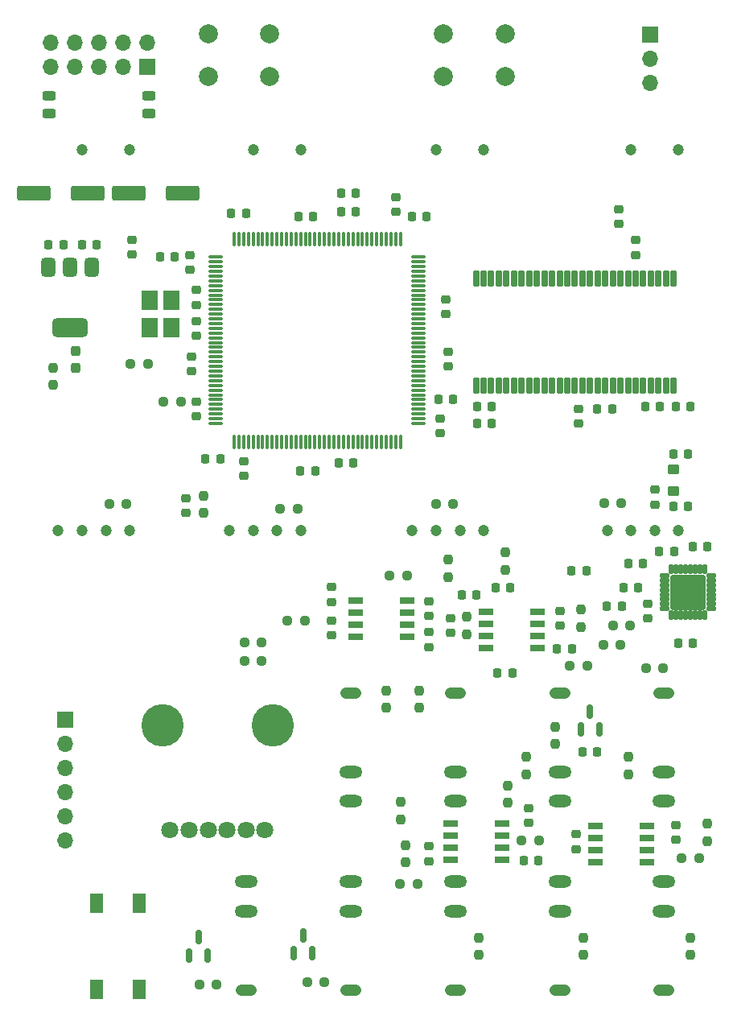
<source format=gbr>
%TF.GenerationSoftware,KiCad,Pcbnew,8.0.8*%
%TF.CreationDate,2025-01-25T01:21:00+01:00*%
%TF.ProjectId,aware01_h7,61776172-6530-4315-9f68-372e6b696361,rev?*%
%TF.SameCoordinates,Original*%
%TF.FileFunction,Soldermask,Bot*%
%TF.FilePolarity,Negative*%
%FSLAX46Y46*%
G04 Gerber Fmt 4.6, Leading zero omitted, Abs format (unit mm)*
G04 Created by KiCad (PCBNEW 8.0.8) date 2025-01-25 01:21:00*
%MOMM*%
%LPD*%
G01*
G04 APERTURE LIST*
G04 Aperture macros list*
%AMRoundRect*
0 Rectangle with rounded corners*
0 $1 Rounding radius*
0 $2 $3 $4 $5 $6 $7 $8 $9 X,Y pos of 4 corners*
0 Add a 4 corners polygon primitive as box body*
4,1,4,$2,$3,$4,$5,$6,$7,$8,$9,$2,$3,0*
0 Add four circle primitives for the rounded corners*
1,1,$1+$1,$2,$3*
1,1,$1+$1,$4,$5*
1,1,$1+$1,$6,$7*
1,1,$1+$1,$8,$9*
0 Add four rect primitives between the rounded corners*
20,1,$1+$1,$2,$3,$4,$5,0*
20,1,$1+$1,$4,$5,$6,$7,0*
20,1,$1+$1,$6,$7,$8,$9,0*
20,1,$1+$1,$8,$9,$2,$3,0*%
G04 Aperture macros list end*
%ADD10RoundRect,0.102000X1.725000X1.725000X-1.725000X1.725000X-1.725000X-1.725000X1.725000X-1.725000X0*%
%ADD11RoundRect,0.059250X0.177750X0.462750X-0.177750X0.462750X-0.177750X-0.462750X0.177750X-0.462750X0*%
%ADD12RoundRect,0.059250X0.462750X0.177750X-0.462750X0.177750X-0.462750X-0.177750X0.462750X-0.177750X0*%
%ADD13RoundRect,0.237500X-0.250000X-0.237500X0.250000X-0.237500X0.250000X0.237500X-0.250000X0.237500X0*%
%ADD14C,1.200000*%
%ADD15O,2.420000X1.312000*%
%ADD16O,2.220000X1.212000*%
%ADD17C,2.000000*%
%ADD18C,1.800000*%
%ADD19C,4.455000*%
%ADD20RoundRect,0.225000X0.225000X0.250000X-0.225000X0.250000X-0.225000X-0.250000X0.225000X-0.250000X0*%
%ADD21RoundRect,0.237500X0.250000X0.237500X-0.250000X0.237500X-0.250000X-0.237500X0.250000X-0.237500X0*%
%ADD22RoundRect,0.225000X0.250000X-0.225000X0.250000X0.225000X-0.250000X0.225000X-0.250000X-0.225000X0*%
%ADD23RoundRect,0.237500X0.237500X-0.250000X0.237500X0.250000X-0.237500X0.250000X-0.237500X-0.250000X0*%
%ADD24R,1.700000X1.700000*%
%ADD25O,1.700000X1.700000*%
%ADD26RoundRect,0.237500X-0.237500X0.250000X-0.237500X-0.250000X0.237500X-0.250000X0.237500X0.250000X0*%
%ADD27RoundRect,0.225000X-0.250000X0.225000X-0.250000X-0.225000X0.250000X-0.225000X0.250000X0.225000X0*%
%ADD28R,1.528000X0.650000*%
%ADD29RoundRect,0.225000X-0.225000X-0.250000X0.225000X-0.250000X0.225000X0.250000X-0.225000X0.250000X0*%
%ADD30RoundRect,0.102000X0.275000X-0.720000X0.275000X0.720000X-0.275000X0.720000X-0.275000X-0.720000X0*%
%ADD31RoundRect,0.243750X-0.456250X0.243750X-0.456250X-0.243750X0.456250X-0.243750X0.456250X0.243750X0*%
%ADD32RoundRect,0.243750X0.456250X-0.243750X0.456250X0.243750X-0.456250X0.243750X-0.456250X-0.243750X0*%
%ADD33R,1.400000X2.100000*%
%ADD34RoundRect,0.250000X-1.500000X-0.550000X1.500000X-0.550000X1.500000X0.550000X-1.500000X0.550000X0*%
%ADD35RoundRect,0.150000X0.150000X-0.587500X0.150000X0.587500X-0.150000X0.587500X-0.150000X-0.587500X0*%
%ADD36RoundRect,0.237500X0.237500X-0.287500X0.237500X0.287500X-0.237500X0.287500X-0.237500X-0.287500X0*%
%ADD37RoundRect,0.075000X-0.662500X-0.075000X0.662500X-0.075000X0.662500X0.075000X-0.662500X0.075000X0*%
%ADD38RoundRect,0.075000X-0.075000X-0.662500X0.075000X-0.662500X0.075000X0.662500X-0.075000X0.662500X0*%
%ADD39RoundRect,0.375000X-0.375000X0.625000X-0.375000X-0.625000X0.375000X-0.625000X0.375000X0.625000X0*%
%ADD40RoundRect,0.500000X-1.400000X0.500000X-1.400000X-0.500000X1.400000X-0.500000X1.400000X0.500000X0*%
%ADD41R,1.800000X2.100000*%
%ADD42RoundRect,0.250000X1.500000X0.550000X-1.500000X0.550000X-1.500000X-0.550000X1.500000X-0.550000X0*%
%ADD43RoundRect,0.250000X0.350000X-0.275000X0.350000X0.275000X-0.350000X0.275000X-0.350000X-0.275000X0*%
G04 APERTURE END LIST*
D10*
%TO.C,IC2*%
X233000000Y-99500000D03*
D11*
X234750000Y-97065000D03*
X234250000Y-97065000D03*
X233750000Y-97065000D03*
X233250000Y-97065000D03*
X232750000Y-97065000D03*
X232250000Y-97065000D03*
X231750000Y-97065000D03*
X231250000Y-97065000D03*
D12*
X230565000Y-97750000D03*
X230565000Y-98250000D03*
X230565000Y-98750000D03*
X230565000Y-99250000D03*
X230565000Y-99750000D03*
X230565000Y-100250000D03*
X230565000Y-100750000D03*
X230565000Y-101250000D03*
D11*
X231250000Y-101935000D03*
X231750000Y-101935000D03*
X232250000Y-101935000D03*
X232750000Y-101935000D03*
X233250000Y-101935000D03*
X233750000Y-101935000D03*
X234250000Y-101935000D03*
X234750000Y-101935000D03*
D12*
X235435000Y-101250000D03*
X235435000Y-100750000D03*
X235435000Y-100250000D03*
X235435000Y-99750000D03*
X235435000Y-99250000D03*
X235435000Y-98750000D03*
X235435000Y-98250000D03*
X235435000Y-97750000D03*
%TD*%
D13*
%TO.C,R38*%
X215487500Y-125600000D03*
X217312500Y-125600000D03*
%TD*%
D14*
%TO.C,U4*%
X187250000Y-93000000D03*
X184750000Y-93000000D03*
X187250000Y-53000000D03*
X189750000Y-93000000D03*
X192250000Y-93000000D03*
X192250000Y-53000000D03*
%TD*%
%TO.C,U6*%
X227000000Y-93000000D03*
X224500000Y-93000000D03*
X227000000Y-53000000D03*
X229500000Y-93000000D03*
X232000000Y-93000000D03*
X232000000Y-53000000D03*
%TD*%
D15*
%TO.C,J9*%
X208500000Y-129940000D03*
D16*
X208500000Y-141340000D03*
D15*
X208500000Y-133040000D03*
%TD*%
D17*
%TO.C,SW3*%
X213750000Y-45250000D03*
X207250000Y-45250000D03*
X213750000Y-40750000D03*
X207250000Y-40750000D03*
%TD*%
D18*
%TO.C,VR1*%
X180500000Y-124475000D03*
X178500000Y-124475000D03*
X188500000Y-124475000D03*
X182500000Y-124475000D03*
X184500000Y-124475000D03*
X186500000Y-124475000D03*
D19*
X177700000Y-113475000D03*
X189300000Y-113475000D03*
%TD*%
D14*
%TO.C,U3*%
X169250000Y-93000000D03*
X166750000Y-93000000D03*
X169250000Y-53000000D03*
X171750000Y-93000000D03*
X174250000Y-93000000D03*
X174250000Y-53000000D03*
%TD*%
D15*
%TO.C,J13*%
X230500000Y-121480000D03*
D16*
X230500000Y-110080000D03*
D15*
X230500000Y-118380000D03*
%TD*%
%TO.C,J8*%
X230500000Y-129940000D03*
D16*
X230500000Y-141340000D03*
D15*
X230500000Y-133040000D03*
%TD*%
%TO.C,J4*%
X208500000Y-121480000D03*
D16*
X208500000Y-110080000D03*
D15*
X208500000Y-118380000D03*
%TD*%
%TO.C,J5*%
X186500000Y-129940000D03*
D16*
X186500000Y-141340000D03*
D15*
X186500000Y-133040000D03*
%TD*%
%TO.C,J11*%
X197500000Y-121480000D03*
D16*
X197500000Y-110080000D03*
D15*
X197500000Y-118380000D03*
%TD*%
%TO.C,J7*%
X197500000Y-129940000D03*
D16*
X197500000Y-141340000D03*
D15*
X197500000Y-133040000D03*
%TD*%
D14*
%TO.C,U5*%
X211500000Y-53000000D03*
X211500000Y-93000000D03*
X209000000Y-93000000D03*
X206500000Y-53000000D03*
X204000000Y-93000000D03*
X206500000Y-93000000D03*
%TD*%
D17*
%TO.C,SW2*%
X189000000Y-45250000D03*
X182500000Y-45250000D03*
X189000000Y-40750000D03*
X182500000Y-40750000D03*
%TD*%
D15*
%TO.C,J10*%
X219500000Y-129940000D03*
D16*
X219500000Y-141340000D03*
D15*
X219500000Y-133040000D03*
%TD*%
%TO.C,J6*%
X219500000Y-121480000D03*
D16*
X219500000Y-110080000D03*
D15*
X219500000Y-118380000D03*
%TD*%
D20*
%TO.C,C58*%
X217275000Y-127750000D03*
X215725000Y-127750000D03*
%TD*%
D21*
%TO.C,R23*%
X183412500Y-140750000D03*
X181587500Y-140750000D03*
%TD*%
D22*
%TO.C,C7*%
X225750000Y-60775000D03*
X225750000Y-59225000D03*
%TD*%
D20*
%TO.C,C6*%
X206725000Y-79250000D03*
X208275000Y-79250000D03*
%TD*%
D23*
%TO.C,R34*%
X222000000Y-137662500D03*
X222000000Y-135837500D03*
%TD*%
D24*
%TO.C,J2*%
X229000000Y-40875000D03*
D25*
X229000000Y-43415000D03*
X229000000Y-45955000D03*
%TD*%
D21*
%TO.C,R37*%
X204512500Y-130200000D03*
X202687500Y-130200000D03*
%TD*%
D22*
%TO.C,C8*%
X227500000Y-64025000D03*
X227500000Y-62475000D03*
%TD*%
D26*
%TO.C,R39*%
X166200000Y-75887500D03*
X166200000Y-77712500D03*
%TD*%
D20*
%TO.C,C60*%
X231525000Y-95250000D03*
X229975000Y-95250000D03*
%TD*%
D23*
%TO.C,R26*%
X233250000Y-137662500D03*
X233250000Y-135837500D03*
%TD*%
D26*
%TO.C,R25*%
X226750000Y-116837500D03*
X226750000Y-118662500D03*
%TD*%
D27*
%TO.C,C1*%
X181250000Y-70975000D03*
X181250000Y-72525000D03*
%TD*%
D28*
%TO.C,U13*%
X208039000Y-127655000D03*
X208039000Y-126385000D03*
X208039000Y-125115000D03*
X208039000Y-123845000D03*
X213461000Y-123845000D03*
X213461000Y-125115000D03*
X213461000Y-126385000D03*
X213461000Y-127655000D03*
%TD*%
D27*
%TO.C,C54*%
X208000000Y-102225000D03*
X208000000Y-103775000D03*
%TD*%
D13*
%TO.C,R29*%
X232337500Y-127500000D03*
X234162500Y-127500000D03*
%TD*%
D27*
%TO.C,C36*%
X180750000Y-74725000D03*
X180750000Y-76275000D03*
%TD*%
D20*
%TO.C,C38*%
X235025000Y-94750000D03*
X233475000Y-94750000D03*
%TD*%
D22*
%TO.C,C27*%
X207750000Y-75750000D03*
X207750000Y-74200000D03*
%TD*%
D29*
%TO.C,C25*%
X231475000Y-90500000D03*
X233025000Y-90500000D03*
%TD*%
D27*
%TO.C,C63*%
X181250000Y-79475000D03*
X181250000Y-81025000D03*
%TD*%
D22*
%TO.C,C3*%
X180200000Y-91175000D03*
X180200000Y-89625000D03*
%TD*%
D28*
%TO.C,U11*%
X228711000Y-124095000D03*
X228711000Y-125365000D03*
X228711000Y-126635000D03*
X228711000Y-127905000D03*
X223289000Y-127905000D03*
X223289000Y-126635000D03*
X223289000Y-125365000D03*
X223289000Y-124095000D03*
%TD*%
D21*
%TO.C,R4*%
X173912500Y-90250000D03*
X172087500Y-90250000D03*
%TD*%
D27*
%TO.C,C61*%
X180600000Y-64025000D03*
X180600000Y-65575000D03*
%TD*%
D20*
%TO.C,C30*%
X170775000Y-63000000D03*
X169225000Y-63000000D03*
%TD*%
D23*
%TO.C,R20*%
X209750000Y-103912500D03*
X209750000Y-102087500D03*
%TD*%
D27*
%TO.C,C43*%
X195500000Y-98975000D03*
X195500000Y-100525000D03*
%TD*%
D30*
%TO.C,U2*%
X231500000Y-77740000D03*
X230700000Y-77740000D03*
X229900000Y-77740000D03*
X229100000Y-77740000D03*
X228300000Y-77740000D03*
X227500000Y-77740000D03*
X226700000Y-77740000D03*
X225900000Y-77740000D03*
X225100000Y-77740000D03*
X224300000Y-77740000D03*
X223500000Y-77740000D03*
X222700000Y-77740000D03*
X221900000Y-77740000D03*
X221100000Y-77740000D03*
X220300000Y-77740000D03*
X219500000Y-77740000D03*
X218700000Y-77740000D03*
X217900000Y-77740000D03*
X217100000Y-77740000D03*
X216300000Y-77740000D03*
X215500000Y-77740000D03*
X214700000Y-77740000D03*
X213900000Y-77740000D03*
X213100000Y-77740000D03*
X212300000Y-77740000D03*
X211500000Y-77740000D03*
X210700000Y-77740000D03*
X210700000Y-66500000D03*
X211500000Y-66500000D03*
X212300000Y-66500000D03*
X213100000Y-66500000D03*
X213900000Y-66500000D03*
X214700000Y-66500000D03*
X215500000Y-66500000D03*
X216300000Y-66500000D03*
X217100000Y-66500000D03*
X217900000Y-66500000D03*
X218700000Y-66500000D03*
X219500000Y-66500000D03*
X220300000Y-66500000D03*
X221100000Y-66500000D03*
X221900000Y-66500000D03*
X222700000Y-66500000D03*
X223500000Y-66500000D03*
X224300000Y-66500000D03*
X225100000Y-66500000D03*
X225900000Y-66500000D03*
X226700000Y-66500000D03*
X227500000Y-66500000D03*
X228300000Y-66500000D03*
X229100000Y-66500000D03*
X229900000Y-66500000D03*
X230700000Y-66500000D03*
X231500000Y-66500000D03*
%TD*%
D21*
%TO.C,R11*%
X188162500Y-106750000D03*
X186337500Y-106750000D03*
%TD*%
D22*
%TO.C,C23*%
X229500000Y-90275000D03*
X229500000Y-88725000D03*
%TD*%
D26*
%TO.C,R16*%
X213750000Y-95337500D03*
X213750000Y-97162500D03*
%TD*%
D29*
%TO.C,C48*%
X212975000Y-108000000D03*
X214525000Y-108000000D03*
%TD*%
D31*
%TO.C,D2*%
X165750000Y-47312500D03*
X165750000Y-49187500D03*
%TD*%
D29*
%TO.C,C28*%
X231475000Y-85000000D03*
X233025000Y-85000000D03*
%TD*%
%TO.C,C42*%
X226225000Y-99000000D03*
X227775000Y-99000000D03*
%TD*%
D32*
%TO.C,D1*%
X176250000Y-49187500D03*
X176250000Y-47312500D03*
%TD*%
D28*
%TO.C,U10*%
X217211000Y-101595000D03*
X217211000Y-102865000D03*
X217211000Y-104135000D03*
X217211000Y-105405000D03*
X211789000Y-105405000D03*
X211789000Y-104135000D03*
X211789000Y-102865000D03*
X211789000Y-101595000D03*
%TD*%
D33*
%TO.C,SW1*%
X175250000Y-141300000D03*
X175250000Y-132200000D03*
X170750000Y-141300000D03*
X170750000Y-132200000D03*
%TD*%
D34*
%TO.C,C19*%
X174200000Y-57500000D03*
X179800000Y-57500000D03*
%TD*%
D27*
%TO.C,C21*%
X186250000Y-85725000D03*
X186250000Y-87275000D03*
%TD*%
%TO.C,C5*%
X202250000Y-57975000D03*
X202250000Y-59525000D03*
%TD*%
D21*
%TO.C,R21*%
X222412500Y-107250000D03*
X220587500Y-107250000D03*
%TD*%
D26*
%TO.C,R30*%
X235000000Y-123837500D03*
X235000000Y-125662500D03*
%TD*%
D22*
%TO.C,C26*%
X206912500Y-82775000D03*
X206912500Y-81225000D03*
%TD*%
D20*
%TO.C,C17*%
X179025000Y-64250000D03*
X177475000Y-64250000D03*
%TD*%
D22*
%TO.C,C2*%
X181250000Y-69275000D03*
X181250000Y-67725000D03*
%TD*%
D26*
%TO.C,R31*%
X202750000Y-121587500D03*
X202750000Y-123412500D03*
%TD*%
D20*
%TO.C,C51*%
X226025000Y-101000000D03*
X224475000Y-101000000D03*
%TD*%
D28*
%TO.C,U9*%
X203461000Y-100345000D03*
X203461000Y-101615000D03*
X203461000Y-102885000D03*
X203461000Y-104155000D03*
X198039000Y-104155000D03*
X198039000Y-102885000D03*
X198039000Y-101615000D03*
X198039000Y-100345000D03*
%TD*%
D23*
%TO.C,R19*%
X221750000Y-103162500D03*
X221750000Y-101337500D03*
%TD*%
D35*
%TO.C,U8*%
X223650000Y-113937500D03*
X221750000Y-113937500D03*
X222700000Y-112062500D03*
%TD*%
D21*
%TO.C,R12*%
X188162500Y-104750000D03*
X186337500Y-104750000D03*
%TD*%
D26*
%TO.C,R18*%
X207750000Y-96087500D03*
X207750000Y-97912500D03*
%TD*%
D27*
%TO.C,C12*%
X221500000Y-80225000D03*
X221500000Y-81775000D03*
%TD*%
D13*
%TO.C,R7*%
X224187500Y-90100000D03*
X226012500Y-90100000D03*
%TD*%
D26*
%TO.C,R33*%
X216000000Y-116837500D03*
X216000000Y-118662500D03*
%TD*%
D21*
%TO.C,R5*%
X191912500Y-90750000D03*
X190087500Y-90750000D03*
%TD*%
D23*
%TO.C,R1*%
X182000000Y-91162500D03*
X182000000Y-89337500D03*
%TD*%
D13*
%TO.C,R15*%
X225087500Y-103000000D03*
X226912500Y-103000000D03*
%TD*%
D22*
%TO.C,C55*%
X231750000Y-125550000D03*
X231750000Y-124000000D03*
%TD*%
D29*
%TO.C,C40*%
X226725000Y-96500000D03*
X228275000Y-96500000D03*
%TD*%
D27*
%TO.C,C45*%
X205750000Y-100475000D03*
X205750000Y-102025000D03*
%TD*%
D29*
%TO.C,C9*%
X231700000Y-80000000D03*
X233250000Y-80000000D03*
%TD*%
%TO.C,C50*%
X219225000Y-105500000D03*
X220775000Y-105500000D03*
%TD*%
D21*
%TO.C,R27*%
X176162500Y-75500000D03*
X174337500Y-75500000D03*
%TD*%
D23*
%TO.C,R9*%
X201250000Y-111662500D03*
X201250000Y-109837500D03*
%TD*%
D22*
%TO.C,C44*%
X205750000Y-105275000D03*
X205750000Y-103725000D03*
%TD*%
D29*
%TO.C,C52*%
X220750000Y-97250000D03*
X222300000Y-97250000D03*
%TD*%
D36*
%TO.C,D3*%
X168600000Y-75875000D03*
X168600000Y-74125000D03*
%TD*%
D20*
%TO.C,C35*%
X186500000Y-59662500D03*
X184950000Y-59662500D03*
%TD*%
D13*
%TO.C,R28*%
X177837500Y-79500000D03*
X179662500Y-79500000D03*
%TD*%
D21*
%TO.C,R17*%
X225912500Y-105000000D03*
X224087500Y-105000000D03*
%TD*%
D13*
%TO.C,R6*%
X206487500Y-90200000D03*
X208312500Y-90200000D03*
%TD*%
D20*
%TO.C,C31*%
X198025000Y-57500000D03*
X196475000Y-57500000D03*
%TD*%
D24*
%TO.C,J1*%
X167500000Y-112920000D03*
D25*
X167500000Y-115460000D03*
X167500000Y-118000000D03*
X167500000Y-120540000D03*
X167500000Y-123080000D03*
X167500000Y-125620000D03*
%TD*%
D29*
%TO.C,C24*%
X196225000Y-85912500D03*
X197775000Y-85912500D03*
%TD*%
%TO.C,C47*%
X212725000Y-99000000D03*
X214275000Y-99000000D03*
%TD*%
D26*
%TO.C,R8*%
X219000000Y-113650000D03*
X219000000Y-115475000D03*
%TD*%
D37*
%TO.C,U1*%
X183337500Y-81750000D03*
X183337500Y-81250000D03*
X183337500Y-80750000D03*
X183337500Y-80250000D03*
X183337500Y-79750000D03*
X183337500Y-79250000D03*
X183337500Y-78750000D03*
X183337500Y-78250000D03*
X183337500Y-77750000D03*
X183337500Y-77250000D03*
X183337500Y-76750000D03*
X183337500Y-76250000D03*
X183337500Y-75750000D03*
X183337500Y-75250000D03*
X183337500Y-74750000D03*
X183337500Y-74250000D03*
X183337500Y-73750000D03*
X183337500Y-73250000D03*
X183337500Y-72750000D03*
X183337500Y-72250000D03*
X183337500Y-71750000D03*
X183337500Y-71250000D03*
X183337500Y-70750000D03*
X183337500Y-70250000D03*
X183337500Y-69750000D03*
X183337500Y-69250000D03*
X183337500Y-68750000D03*
X183337500Y-68250000D03*
X183337500Y-67750000D03*
X183337500Y-67250000D03*
X183337500Y-66750000D03*
X183337500Y-66250000D03*
X183337500Y-65750000D03*
X183337500Y-65250000D03*
X183337500Y-64750000D03*
X183337500Y-64250000D03*
D38*
X185250000Y-62337500D03*
X185750000Y-62337500D03*
X186250000Y-62337500D03*
X186750000Y-62337500D03*
X187250000Y-62337500D03*
X187750000Y-62337500D03*
X188250000Y-62337500D03*
X188750000Y-62337500D03*
X189250000Y-62337500D03*
X189750000Y-62337500D03*
X190250000Y-62337500D03*
X190750000Y-62337500D03*
X191250000Y-62337500D03*
X191750000Y-62337500D03*
X192250000Y-62337500D03*
X192750000Y-62337500D03*
X193250000Y-62337500D03*
X193750000Y-62337500D03*
X194250000Y-62337500D03*
X194750000Y-62337500D03*
X195250000Y-62337500D03*
X195750000Y-62337500D03*
X196250000Y-62337500D03*
X196750000Y-62337500D03*
X197250000Y-62337500D03*
X197750000Y-62337500D03*
X198250000Y-62337500D03*
X198750000Y-62337500D03*
X199250000Y-62337500D03*
X199750000Y-62337500D03*
X200250000Y-62337500D03*
X200750000Y-62337500D03*
X201250000Y-62337500D03*
X201750000Y-62337500D03*
X202250000Y-62337500D03*
X202750000Y-62337500D03*
D37*
X204662500Y-64250000D03*
X204662500Y-64750000D03*
X204662500Y-65250000D03*
X204662500Y-65750000D03*
X204662500Y-66250000D03*
X204662500Y-66750000D03*
X204662500Y-67250000D03*
X204662500Y-67750000D03*
X204662500Y-68250000D03*
X204662500Y-68750000D03*
X204662500Y-69250000D03*
X204662500Y-69750000D03*
X204662500Y-70250000D03*
X204662500Y-70750000D03*
X204662500Y-71250000D03*
X204662500Y-71750000D03*
X204662500Y-72250000D03*
X204662500Y-72750000D03*
X204662500Y-73250000D03*
X204662500Y-73750000D03*
X204662500Y-74250000D03*
X204662500Y-74750000D03*
X204662500Y-75250000D03*
X204662500Y-75750000D03*
X204662500Y-76250000D03*
X204662500Y-76750000D03*
X204662500Y-77250000D03*
X204662500Y-77750000D03*
X204662500Y-78250000D03*
X204662500Y-78750000D03*
X204662500Y-79250000D03*
X204662500Y-79750000D03*
X204662500Y-80250000D03*
X204662500Y-80750000D03*
X204662500Y-81250000D03*
X204662500Y-81750000D03*
D38*
X202750000Y-83662500D03*
X202250000Y-83662500D03*
X201750000Y-83662500D03*
X201250000Y-83662500D03*
X200750000Y-83662500D03*
X200250000Y-83662500D03*
X199750000Y-83662500D03*
X199250000Y-83662500D03*
X198750000Y-83662500D03*
X198250000Y-83662500D03*
X197750000Y-83662500D03*
X197250000Y-83662500D03*
X196750000Y-83662500D03*
X196250000Y-83662500D03*
X195750000Y-83662500D03*
X195250000Y-83662500D03*
X194750000Y-83662500D03*
X194250000Y-83662500D03*
X193750000Y-83662500D03*
X193250000Y-83662500D03*
X192750000Y-83662500D03*
X192250000Y-83662500D03*
X191750000Y-83662500D03*
X191250000Y-83662500D03*
X190750000Y-83662500D03*
X190250000Y-83662500D03*
X189750000Y-83662500D03*
X189250000Y-83662500D03*
X188750000Y-83662500D03*
X188250000Y-83662500D03*
X187750000Y-83662500D03*
X187250000Y-83662500D03*
X186750000Y-83662500D03*
X186250000Y-83662500D03*
X185750000Y-83662500D03*
X185250000Y-83662500D03*
%TD*%
D29*
%TO.C,C39*%
X231975000Y-104900000D03*
X233525000Y-104900000D03*
%TD*%
%TO.C,C14*%
X212375000Y-81750000D03*
X210825000Y-81750000D03*
%TD*%
D35*
%TO.C,Q1*%
X182450000Y-137687500D03*
X180550000Y-137687500D03*
X181500000Y-135812500D03*
%TD*%
D22*
%TO.C,C41*%
X228750000Y-102250000D03*
X228750000Y-100700000D03*
%TD*%
D20*
%TO.C,C49*%
X210775000Y-99750000D03*
X209225000Y-99750000D03*
%TD*%
D39*
%TO.C,U7*%
X165700000Y-65350000D03*
X168000000Y-65350000D03*
D40*
X168000000Y-71650000D03*
D39*
X170300000Y-65350000D03*
%TD*%
D21*
%TO.C,R24*%
X194750000Y-140500000D03*
X192925000Y-140500000D03*
%TD*%
D22*
%TO.C,C29*%
X207500000Y-70275000D03*
X207500000Y-68725000D03*
%TD*%
D29*
%TO.C,C37*%
X221925000Y-116312500D03*
X223475000Y-116312500D03*
%TD*%
D35*
%TO.C,Q2*%
X193450000Y-137437500D03*
X191550000Y-137437500D03*
X192500000Y-135562500D03*
%TD*%
D22*
%TO.C,C57*%
X216200000Y-123775000D03*
X216200000Y-122225000D03*
%TD*%
D26*
%TO.C,R35*%
X203250000Y-126087500D03*
X203250000Y-127912500D03*
%TD*%
D20*
%TO.C,C32*%
X193575000Y-60000000D03*
X192025000Y-60000000D03*
%TD*%
D41*
%TO.C,Y1*%
X176350000Y-71700000D03*
X176350000Y-68800000D03*
X178650000Y-68800000D03*
X178650000Y-71700000D03*
%TD*%
D20*
%TO.C,C34*%
X198025000Y-59500000D03*
X196475000Y-59500000D03*
%TD*%
D13*
%TO.C,R22*%
X228587500Y-107500000D03*
X230412500Y-107500000D03*
%TD*%
D29*
%TO.C,C22*%
X192225000Y-86750000D03*
X193775000Y-86750000D03*
%TD*%
D27*
%TO.C,C46*%
X195500000Y-102475000D03*
X195500000Y-104025000D03*
%TD*%
%TO.C,C53*%
X219500000Y-101475000D03*
X219500000Y-103025000D03*
%TD*%
D42*
%TO.C,C20*%
X169800000Y-57500000D03*
X164200000Y-57500000D03*
%TD*%
D26*
%TO.C,R36*%
X214000000Y-119837500D03*
X214000000Y-121662500D03*
%TD*%
D21*
%TO.C,R14*%
X192662500Y-102500000D03*
X190837500Y-102500000D03*
%TD*%
D29*
%TO.C,C62*%
X203950000Y-60000000D03*
X205500000Y-60000000D03*
%TD*%
%TO.C,C13*%
X212375000Y-80000000D03*
X210825000Y-80000000D03*
%TD*%
D43*
%TO.C,FB1*%
X231500000Y-88900000D03*
X231500000Y-86600000D03*
%TD*%
D20*
%TO.C,C10*%
X230025000Y-80000000D03*
X228475000Y-80000000D03*
%TD*%
D27*
%TO.C,C56*%
X205750000Y-126225000D03*
X205750000Y-127775000D03*
%TD*%
D20*
%TO.C,C11*%
X225025000Y-80200000D03*
X223475000Y-80200000D03*
%TD*%
D22*
%TO.C,C59*%
X221250000Y-126525000D03*
X221250000Y-124975000D03*
%TD*%
%TO.C,C4*%
X174500000Y-63975000D03*
X174500000Y-62425000D03*
%TD*%
D20*
%TO.C,C18*%
X183775000Y-85500000D03*
X182225000Y-85500000D03*
%TD*%
D23*
%TO.C,R10*%
X204750000Y-111662500D03*
X204750000Y-109837500D03*
%TD*%
D24*
%TO.C,J3*%
X176120000Y-44250000D03*
D25*
X176120000Y-41710000D03*
X173580000Y-44250000D03*
X173580000Y-41710000D03*
X171040000Y-44250000D03*
X171040000Y-41710000D03*
X168500000Y-44250000D03*
X168500000Y-41710000D03*
X165960000Y-44250000D03*
X165960000Y-41710000D03*
%TD*%
D20*
%TO.C,C33*%
X167275000Y-63000000D03*
X165725000Y-63000000D03*
%TD*%
D21*
%TO.C,R13*%
X203412500Y-97750000D03*
X201587500Y-97750000D03*
%TD*%
D23*
%TO.C,R32*%
X211000000Y-137662500D03*
X211000000Y-135837500D03*
%TD*%
M02*

</source>
